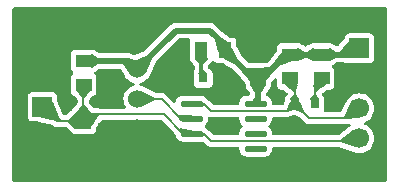
<source format=gtl>
G04 Layer: TopLayer*
G04 EasyEDA Pro v2.1.63.af010a1c.225d47, 2024-08-20 21:27:34*
G04 Gerber Generator version 0.3*
G04 Scale: 100 percent, Rotated: No, Reflected: No*
G04 Dimensions in millimeters*
G04 Leading zeros omitted, absolute positions, 3 integers and 5 decimals*
%TF.GenerationSoftware,KiCad,Pcbnew,8.0.4*%
%TF.CreationDate,2024-08-27T14:50:54+08:00*%
%TF.ProjectId,Raindrop_humidity_sensing_board,5261696e-6472-46f7-905f-68756d696469,rev?*%
%TF.SameCoordinates,Original*%
%TF.FileFunction,Copper,L1,Top*%
%TF.FilePolarity,Positive*%
%FSLAX46Y46*%
G04 Gerber Fmt 4.6, Leading zero omitted, Abs format (unit mm)*
G04 Created by KiCad (PCBNEW 8.0.4) date 2024-08-27 14:50:54*
%MOMM*%
%LPD*%
G01*
G04 APERTURE LIST*
%TA.AperFunction,SMDPad,CuDef*%
%ADD10O,1.950000X0.568500*%
%TD*%
%TA.AperFunction,SMDPad,CuDef*%
%ADD11R,1.132500X1.377000*%
%TD*%
%TA.AperFunction,SMDPad,CuDef*%
%ADD12R,1.377000X1.132500*%
%TD*%
%TA.AperFunction,ComponentPad*%
%ADD13C,1.524000*%
%TD*%
%TA.AperFunction,SMDPad,CuDef*%
%ADD14R,0.800000X0.800000*%
%TD*%
%TA.AperFunction,ComponentPad*%
%ADD15R,1.700000X1.700000*%
%TD*%
%TA.AperFunction,ComponentPad*%
%ADD16C,1.700000*%
%TD*%
%TA.AperFunction,SMDPad,CuDef*%
%ADD17R,1.350000X1.410000*%
%TD*%
%TA.AperFunction,ViaPad*%
%ADD18C,0.450000*%
%TD*%
%TA.AperFunction,Conductor*%
%ADD19C,0.180000*%
%TD*%
%TA.AperFunction,Conductor*%
%ADD20C,0.500000*%
%TD*%
%TA.AperFunction,Conductor*%
%ADD21C,0.300000*%
%TD*%
G04 APERTURE END LIST*
D10*
%TO.P,U1,1,OUTA*%
%TO.N,/LM393_OUTA*%
X98535000Y-67845000D03*
%TO.P,U1,2,INAN*%
%TO.N,/LM393_INAN*%
X98535000Y-69115000D03*
%TO.P,U1,3,INAP*%
%TO.N,/LM393_INAP*%
X98535000Y-70385000D03*
%TO.P,U1,4,GND*%
%TO.N,GND*%
X98535000Y-71655000D03*
%TO.P,U1,5,INBP*%
%TO.N,unconnected-(U1-INBP-Pad5)*%
X103945000Y-71655000D03*
%TO.P,U1,6,INBN*%
%TO.N,unconnected-(U1-INBN-Pad6)*%
X103945000Y-70385000D03*
%TO.P,U1,7,OUTB*%
%TO.N,unconnected-(U1-OUTB-Pad7)*%
X103945000Y-69115000D03*
%TO.P,U1,8,VCC*%
%TO.N,VCC*%
X103945000Y-67845000D03*
%TD*%
D11*
%TO.P,R5,2,2*%
%TO.N,VCC*%
X101340000Y-63338750D03*
%TO.P,R5,1,1*%
%TO.N,/LED2_K*%
X99340000Y-63338750D03*
%TD*%
D12*
%TO.P,R4,1,1*%
%TO.N,/LED3_K*%
X109515500Y-65690000D03*
%TO.P,R4,2,2*%
%TO.N,VCC*%
X109515500Y-63690000D03*
%TD*%
%TO.P,R3,1,1*%
%TO.N,/LM393_OUTA*%
X106831000Y-65690000D03*
%TO.P,R3,2,2*%
%TO.N,VCC*%
X106831000Y-63690000D03*
%TD*%
D13*
%TO.P,R2,1,1*%
%TO.N,GND*%
X93908332Y-69940000D03*
%TO.P,R2,2,2*%
%TO.N,/LM393_INAN*%
X93908332Y-67440000D03*
%TO.P,R2,3,3*%
%TO.N,VCC*%
X93908332Y-64940000D03*
%TD*%
D12*
%TO.P,R1,2,2*%
%TO.N,VCC*%
X89374916Y-64230000D03*
%TO.P,R1,1,1*%
%TO.N,/LM393_INAP*%
X89374916Y-66230000D03*
%TD*%
D14*
%TO.P,LED2,1,A*%
%TO.N,/LED2_K*%
X99489000Y-65710000D03*
%TO.P,LED2,2,K*%
%TO.N,GND*%
X101191000Y-65710000D03*
%TD*%
%TO.P,LED1,1,A*%
%TO.N,/LED3_K*%
X108951000Y-67860000D03*
%TO.P,LED1,2,K*%
%TO.N,/LM393_OUTA*%
X107249000Y-67860000D03*
%TD*%
D15*
%TO.P,H2,1,1*%
%TO.N,VCC*%
X112730000Y-63150000D03*
D16*
%TO.P,H2,2,2*%
%TO.N,GND*%
X112730000Y-65690000D03*
%TO.P,H2,3,3*%
%TO.N,/LM393_OUTA*%
X112730000Y-68230000D03*
%TO.P,H2,4,4*%
%TO.N,/LM393_INAP*%
X112730000Y-70770000D03*
%TD*%
D15*
%TO.P,H1,1,1*%
%TO.N,/LM393_INAP*%
X85890000Y-68100000D03*
D16*
%TO.P,H1,2,2*%
%TO.N,GND*%
X85890000Y-70640000D03*
%TD*%
D17*
%TO.P,C2,1,1*%
%TO.N,GND*%
X104160000Y-63557750D03*
%TO.P,C2,2,2*%
%TO.N,VCC*%
X104160000Y-65557750D03*
%TD*%
%TO.P,C1,2,2*%
%TO.N,/LM393_INAP*%
X89361416Y-69337250D03*
%TO.P,C1,1,1*%
%TO.N,GND*%
X89361416Y-71337250D03*
%TD*%
D18*
%TO.N,GND*%
X93910000Y-71680000D03*
X87970000Y-68180000D03*
X92530000Y-66210000D03*
X97800000Y-63030000D03*
X95530000Y-66030000D03*
X111050000Y-70010000D03*
X111070000Y-72180000D03*
X111070000Y-67100000D03*
X111070000Y-62020000D03*
X108530000Y-72180000D03*
X108530000Y-62020000D03*
X105990000Y-72180000D03*
X105990000Y-69640000D03*
X105990000Y-67100000D03*
X105990000Y-62020000D03*
X103450000Y-62020000D03*
X100910000Y-72180000D03*
X100910000Y-69640000D03*
X100910000Y-67100000D03*
X93290000Y-62020000D03*
X90750000Y-69640000D03*
X90750000Y-67100000D03*
X90750000Y-62020000D03*
X88210000Y-62020000D03*
X85670000Y-72180000D03*
X85670000Y-64560000D03*
X85670000Y-62020000D03*
%TD*%
D19*
%TO.N,/LED3_K*%
X108951000Y-67860000D02*
X108951000Y-66254500D01*
X108951000Y-66254500D02*
X109515500Y-65690000D01*
%TO.N,/LM393_INAP*%
X98535000Y-70385000D02*
X99545000Y-70385000D01*
X112490000Y-71010000D02*
X100170000Y-71010000D01*
X99545000Y-70385000D02*
X100170000Y-71010000D01*
X112730000Y-70770000D02*
X112490000Y-71010000D01*
%TO.N,/LM393_OUTA*%
X107240000Y-66099000D02*
X107240000Y-67851000D01*
X107240000Y-67851000D02*
X107249000Y-67860000D01*
X106831000Y-65690000D02*
X107240000Y-66099000D01*
X98540000Y-67840000D02*
X98535000Y-67845000D01*
X99560000Y-67840000D02*
X98540000Y-67840000D01*
X100190000Y-68470000D02*
X99560000Y-67840000D01*
X106639000Y-68470000D02*
X100190000Y-68470000D01*
X107249000Y-67860000D02*
X106639000Y-68470000D01*
X108469000Y-69080000D02*
X107249000Y-67860000D01*
X111880000Y-69080000D02*
X108469000Y-69080000D01*
X112730000Y-68230000D02*
X111880000Y-69080000D01*
D20*
%TO.N,VCC*%
X104160000Y-67630000D02*
X103945000Y-67845000D01*
X104160000Y-65557750D02*
X104160000Y-67630000D01*
D21*
%TO.N,/LED2_K*%
X99340000Y-65561000D02*
X99489000Y-65710000D01*
X99340000Y-63338750D02*
X99340000Y-65561000D01*
%TO.N,/LM393_INAN*%
X98535000Y-69115000D02*
X97645000Y-69115000D01*
D19*
X97645000Y-69115000D02*
X95970000Y-67440000D01*
X95970000Y-67440000D02*
X93908332Y-67440000D01*
%TO.N,/LM393_INAP*%
X89948666Y-68750000D02*
X96193500Y-68750000D01*
D21*
X97828500Y-70385000D02*
X98535000Y-70385000D01*
D19*
X89361416Y-69337250D02*
X89948666Y-68750000D01*
X96193500Y-68750000D02*
X97828500Y-70385000D01*
D21*
X89361416Y-66243500D02*
X89374916Y-66230000D01*
D19*
X89361416Y-69337250D02*
X89361416Y-66243500D01*
X87127250Y-69337250D02*
X85890000Y-68100000D01*
X89361416Y-69337250D02*
X87127250Y-69337250D01*
D20*
%TO.N,VCC*%
X97178332Y-61670000D02*
X93908332Y-64940000D01*
X100110000Y-61670000D02*
X97178332Y-61670000D01*
X101340000Y-62900000D02*
X100110000Y-61670000D01*
X101340000Y-63338750D02*
X101340000Y-62900000D01*
X93198332Y-64230000D02*
X93908332Y-64940000D01*
X89374916Y-64230000D02*
X93198332Y-64230000D01*
X103559000Y-65557750D02*
X101340000Y-63338750D01*
X104160000Y-65557750D02*
X103559000Y-65557750D01*
X106550000Y-63690000D02*
X106831000Y-63690000D01*
X104160000Y-65557750D02*
X104682250Y-65557750D01*
X104682250Y-65557750D02*
X106550000Y-63690000D01*
X112190000Y-63690000D02*
X112730000Y-63150000D01*
X109515500Y-63690000D02*
X112190000Y-63690000D01*
X106831000Y-63690000D02*
X109515500Y-63690000D01*
%TO.N,GND*%
X95623332Y-71655000D02*
X98535000Y-71655000D01*
X93908332Y-69940000D02*
X95623332Y-71655000D01*
X92511082Y-71337250D02*
X93908332Y-69940000D01*
X89361416Y-71337250D02*
X92511082Y-71337250D01*
X86587250Y-71337250D02*
X85890000Y-70640000D01*
X89361416Y-71337250D02*
X86587250Y-71337250D01*
%TD*%
%TA.AperFunction,Conductor*%
%TO.N,GND*%
G36*
X100066583Y-68944734D02*
G01*
X100125424Y-68960500D01*
X100125425Y-68960500D01*
X100254576Y-68960500D01*
X102445500Y-68960500D01*
X102512539Y-68980185D01*
X102558294Y-69032989D01*
X102569500Y-69084500D01*
X102569500Y-69182442D01*
X102569500Y-69182444D01*
X102569499Y-69182444D01*
X102595813Y-69314728D01*
X102595816Y-69314738D01*
X102647430Y-69439347D01*
X102722371Y-69551505D01*
X102817743Y-69646877D01*
X102817751Y-69646883D01*
X102817777Y-69646901D01*
X102817787Y-69646913D01*
X102822455Y-69650744D01*
X102821728Y-69651629D01*
X102862580Y-69700515D01*
X102871285Y-69769840D01*
X102841127Y-69832866D01*
X102822354Y-69849132D01*
X102822455Y-69849256D01*
X102817862Y-69853024D01*
X102817777Y-69853099D01*
X102817751Y-69853116D01*
X102817743Y-69853122D01*
X102722371Y-69948494D01*
X102647430Y-70060652D01*
X102595816Y-70185261D01*
X102595813Y-70185271D01*
X102569500Y-70317555D01*
X102569500Y-70395500D01*
X102549815Y-70462539D01*
X102497011Y-70508294D01*
X102445500Y-70519500D01*
X100424534Y-70519500D01*
X100357495Y-70499815D01*
X100336853Y-70483181D01*
X100052044Y-70198372D01*
X100046887Y-70192892D01*
X100028880Y-70172554D01*
X100028873Y-70172548D01*
X100018448Y-70163962D01*
X100009599Y-70155927D01*
X99846176Y-69992504D01*
X99846174Y-69992502D01*
X99754926Y-69939819D01*
X99729250Y-69920117D01*
X99662253Y-69853120D01*
X99662229Y-69853104D01*
X99662219Y-69853092D01*
X99657545Y-69849256D01*
X99658272Y-69848369D01*
X99617424Y-69799496D01*
X99608713Y-69730171D01*
X99638864Y-69667142D01*
X99657645Y-69650867D01*
X99657545Y-69650744D01*
X99662135Y-69646976D01*
X99662227Y-69646897D01*
X99662253Y-69646880D01*
X99757630Y-69551503D01*
X99832567Y-69439351D01*
X99853996Y-69387618D01*
X99869371Y-69350499D01*
X99884185Y-69314734D01*
X99908680Y-69191593D01*
X99910500Y-69182444D01*
X99910500Y-69064511D01*
X99930185Y-68997472D01*
X99982989Y-68951717D01*
X100052147Y-68941773D01*
X100066583Y-68944734D01*
G37*
%TD.AperFunction*%
%TA.AperFunction,Conductor*%
G36*
X107249019Y-68776400D02*
G01*
X107626534Y-68943051D01*
X107664137Y-68968808D01*
X108072161Y-69376832D01*
X108072171Y-69376843D01*
X108076502Y-69381174D01*
X108167826Y-69472498D01*
X108279674Y-69537074D01*
X108404424Y-69570500D01*
X108404425Y-69570500D01*
X108533576Y-69570500D01*
X111379947Y-69570500D01*
X111391140Y-69571006D01*
X111392840Y-69571160D01*
X111421575Y-69573765D01*
X111464403Y-69570905D01*
X111466357Y-69570775D01*
X111474617Y-69570500D01*
X111869604Y-69570500D01*
X111936643Y-69590185D01*
X111982398Y-69642989D01*
X111992342Y-69712147D01*
X111963317Y-69775703D01*
X111940728Y-69796075D01*
X111923123Y-69808401D01*
X111923119Y-69808405D01*
X111897951Y-69833572D01*
X111882357Y-69846783D01*
X111426382Y-70172554D01*
X111020496Y-70462539D01*
X110973108Y-70496395D01*
X110907117Y-70519350D01*
X110901024Y-70519500D01*
X105444500Y-70519500D01*
X105377461Y-70499815D01*
X105331706Y-70447011D01*
X105320500Y-70395500D01*
X105320500Y-70317555D01*
X105294186Y-70185271D01*
X105294185Y-70185270D01*
X105294185Y-70185266D01*
X105288917Y-70172548D01*
X105242569Y-70060652D01*
X105167628Y-69948494D01*
X105072258Y-69853124D01*
X105072254Y-69853121D01*
X105072253Y-69853120D01*
X105072229Y-69853104D01*
X105072219Y-69853092D01*
X105067545Y-69849256D01*
X105068272Y-69848369D01*
X105027424Y-69799496D01*
X105018713Y-69730171D01*
X105048864Y-69667142D01*
X105067645Y-69650867D01*
X105067545Y-69650744D01*
X105072135Y-69646976D01*
X105072227Y-69646897D01*
X105072253Y-69646880D01*
X105167630Y-69551503D01*
X105242567Y-69439351D01*
X105263996Y-69387618D01*
X105279371Y-69350499D01*
X105294185Y-69314734D01*
X105318680Y-69191593D01*
X105320500Y-69182444D01*
X105320500Y-69084500D01*
X105340185Y-69017461D01*
X105392989Y-68971706D01*
X105444500Y-68960500D01*
X106703574Y-68960500D01*
X106703576Y-68960500D01*
X106828326Y-68927074D01*
X106940174Y-68862498D01*
X106941341Y-68861330D01*
X106943281Y-68860113D01*
X106946625Y-68857548D01*
X106946867Y-68857864D01*
X106988253Y-68831903D01*
X107158176Y-68772738D01*
X107227960Y-68769283D01*
X107249019Y-68776400D01*
G37*
%TD.AperFunction*%
%TA.AperFunction,Conductor*%
G36*
X92464480Y-64900185D02*
G01*
X92499412Y-64933945D01*
X92876952Y-65479593D01*
X92885981Y-65494876D01*
X92915716Y-65554593D01*
X92915721Y-65554601D01*
X93045556Y-65726528D01*
X93045556Y-65726529D01*
X93081765Y-65759539D01*
X93086473Y-65764063D01*
X93092045Y-65769707D01*
X93099233Y-65776990D01*
X93099235Y-65776991D01*
X93099236Y-65776992D01*
X93105097Y-65781649D01*
X93104887Y-65781912D01*
X93113032Y-65788041D01*
X93204767Y-65871668D01*
X93204769Y-65871670D01*
X93387937Y-65985083D01*
X93387943Y-65985086D01*
X93430501Y-66001573D01*
X93588836Y-66062912D01*
X93616652Y-66068111D01*
X93678932Y-66099779D01*
X93714205Y-66160092D01*
X93711271Y-66229900D01*
X93671062Y-66287040D01*
X93616653Y-66311888D01*
X93588836Y-66317088D01*
X93588833Y-66317088D01*
X93588833Y-66317089D01*
X93387943Y-66394913D01*
X93387937Y-66394916D01*
X93204769Y-66508329D01*
X93204767Y-66508331D01*
X93045555Y-66653471D01*
X92915718Y-66825402D01*
X92819692Y-67018249D01*
X92819688Y-67018259D01*
X92782343Y-67149517D01*
X92761135Y-67224058D01*
X92760730Y-67225480D01*
X92740852Y-67440000D01*
X92760730Y-67654519D01*
X92760730Y-67654521D01*
X92760731Y-67654524D01*
X92786175Y-67743952D01*
X92819688Y-67861740D01*
X92819692Y-67861750D01*
X92915720Y-68054600D01*
X92920383Y-68060775D01*
X92945074Y-68126137D01*
X92930508Y-68194471D01*
X92881310Y-68244083D01*
X92821428Y-68259500D01*
X90754677Y-68259500D01*
X90730266Y-68257073D01*
X90716864Y-68254382D01*
X90716863Y-68254381D01*
X90716854Y-68254380D01*
X90716846Y-68254379D01*
X90716841Y-68254379D01*
X90281637Y-68236487D01*
X90215463Y-68214066D01*
X90193025Y-68193803D01*
X89882210Y-67835169D01*
X89853180Y-67771616D01*
X89851916Y-67753958D01*
X89851916Y-67563522D01*
X89871601Y-67496483D01*
X89881571Y-67483054D01*
X90100907Y-67225931D01*
X90159390Y-67187704D01*
X90175845Y-67183934D01*
X90188720Y-67181896D01*
X90301758Y-67124300D01*
X90391466Y-67034592D01*
X90449062Y-66921554D01*
X90449062Y-66921552D01*
X90449063Y-66921551D01*
X90463915Y-66827774D01*
X90463916Y-66827769D01*
X90463915Y-65632232D01*
X90449062Y-65538446D01*
X90391466Y-65425408D01*
X90391462Y-65425404D01*
X90391461Y-65425402D01*
X90301763Y-65335704D01*
X90301759Y-65335701D01*
X90301758Y-65335700D01*
X90301756Y-65335699D01*
X90296730Y-65332048D01*
X90254061Y-65276720D01*
X90248077Y-65207107D01*
X90280679Y-65145310D01*
X90309142Y-65123467D01*
X90715996Y-64896239D01*
X90776459Y-64880500D01*
X92397441Y-64880500D01*
X92464480Y-64900185D01*
G37*
%TD.AperFunction*%
%TA.AperFunction,Conductor*%
G36*
X98356964Y-62340185D02*
G01*
X98402719Y-62392989D01*
X98412663Y-62462147D01*
X98400410Y-62500795D01*
X98388102Y-62524948D01*
X98373250Y-62618725D01*
X98373250Y-63982569D01*
X98372921Y-63991597D01*
X98372576Y-63996320D01*
X98372813Y-63999135D01*
X98373250Y-64009531D01*
X98373250Y-64058768D01*
X98382361Y-64116297D01*
X98382884Y-64120611D01*
X98383889Y-64126726D01*
X98384464Y-64129576D01*
X98388102Y-64152549D01*
X98388102Y-64152550D01*
X98388103Y-64152553D01*
X98388104Y-64152554D01*
X98445700Y-64265592D01*
X98445702Y-64265594D01*
X98450907Y-64272758D01*
X98451207Y-64273108D01*
X98452413Y-64274749D01*
X98452414Y-64274750D01*
X98765410Y-64700537D01*
X98789256Y-64766209D01*
X98789500Y-64773979D01*
X98789500Y-64824381D01*
X98785727Y-64854738D01*
X98697463Y-65204295D01*
X98697457Y-65204324D01*
X98688250Y-65253307D01*
X98688247Y-65253332D01*
X98687891Y-65256178D01*
X98685977Y-65337740D01*
X98686820Y-65345693D01*
X98686478Y-65345729D01*
X98688500Y-65362898D01*
X98688500Y-66141517D01*
X98692095Y-66164214D01*
X98703354Y-66235304D01*
X98760950Y-66348342D01*
X98760952Y-66348344D01*
X98760954Y-66348347D01*
X98850652Y-66438045D01*
X98850654Y-66438046D01*
X98850658Y-66438050D01*
X98961637Y-66494597D01*
X98963698Y-66495647D01*
X99057475Y-66510499D01*
X99057481Y-66510500D01*
X99920518Y-66510499D01*
X100014304Y-66495646D01*
X100127342Y-66438050D01*
X100217050Y-66348342D01*
X100274646Y-66235304D01*
X100274646Y-66235302D01*
X100274647Y-66235301D01*
X100289499Y-66141524D01*
X100289500Y-66141519D01*
X100289499Y-65278482D01*
X100274646Y-65184696D01*
X100217050Y-65071658D01*
X100217046Y-65071654D01*
X100217045Y-65071652D01*
X100127343Y-64981950D01*
X100061526Y-64948414D01*
X100022321Y-64917022D01*
X99942680Y-64820857D01*
X99915080Y-64756669D01*
X99926564Y-64687750D01*
X99938271Y-64668321D01*
X100227585Y-64274750D01*
X100227587Y-64274745D01*
X100228786Y-64273115D01*
X100229092Y-64272759D01*
X100239686Y-64258180D01*
X100295018Y-64215517D01*
X100364631Y-64209541D01*
X100426425Y-64242150D01*
X100440319Y-64258186D01*
X100445701Y-64265594D01*
X100535402Y-64355295D01*
X100535404Y-64355296D01*
X100535408Y-64355300D01*
X100638025Y-64407586D01*
X100648448Y-64412897D01*
X100735866Y-64426741D01*
X100741536Y-64427640D01*
X100742225Y-64427749D01*
X100742231Y-64427750D01*
X101091834Y-64427749D01*
X101147665Y-64441029D01*
X101500963Y-64619181D01*
X101885660Y-64813167D01*
X101917509Y-64836205D01*
X102504357Y-65423053D01*
X102520682Y-65444225D01*
X102520903Y-65444073D01*
X102523679Y-65448073D01*
X102718166Y-65685980D01*
X103050868Y-66092960D01*
X103056503Y-66099852D01*
X103083693Y-66164214D01*
X103084500Y-66178333D01*
X103084500Y-66294268D01*
X103087112Y-66310757D01*
X103088629Y-66328642D01*
X103088644Y-66329922D01*
X103088645Y-66329933D01*
X103090150Y-66338744D01*
X103095040Y-66361862D01*
X103096195Y-66368112D01*
X103098324Y-66381554D01*
X103099354Y-66388052D01*
X103099354Y-66388054D01*
X103129951Y-66448105D01*
X103133440Y-66455554D01*
X103146709Y-66486518D01*
X103146713Y-66486526D01*
X103146714Y-66486528D01*
X103255789Y-66659765D01*
X103451236Y-66970181D01*
X103470298Y-67037401D01*
X103449992Y-67104254D01*
X103396766Y-67149517D01*
X103346303Y-67160250D01*
X103186806Y-67160250D01*
X103054521Y-67186563D01*
X103054511Y-67186566D01*
X102929902Y-67238180D01*
X102817744Y-67313121D01*
X102722371Y-67408494D01*
X102647430Y-67520652D01*
X102595816Y-67645261D01*
X102595813Y-67645271D01*
X102569500Y-67777555D01*
X102569500Y-67855500D01*
X102549815Y-67922539D01*
X102497011Y-67968294D01*
X102445500Y-67979500D01*
X100444533Y-67979500D01*
X100377494Y-67959815D01*
X100356852Y-67943181D01*
X100033567Y-67619895D01*
X100030549Y-67616770D01*
X100030449Y-67616663D01*
X100024701Y-67610497D01*
X100024694Y-67610491D01*
X100021114Y-67607209D01*
X100021240Y-67607071D01*
X100016911Y-67603239D01*
X99861176Y-67447504D01*
X99861174Y-67447502D01*
X99749326Y-67382926D01*
X99749323Y-67382924D01*
X99742639Y-67380156D01*
X99702407Y-67353274D01*
X99662256Y-67313122D01*
X99662255Y-67313121D01*
X99550097Y-67238180D01*
X99425488Y-67186566D01*
X99425478Y-67186563D01*
X99293194Y-67160250D01*
X99293192Y-67160250D01*
X97776808Y-67160250D01*
X97776806Y-67160250D01*
X97644521Y-67186563D01*
X97644511Y-67186566D01*
X97519902Y-67238180D01*
X97407744Y-67313121D01*
X97312371Y-67408494D01*
X97237430Y-67520652D01*
X97185816Y-67645261D01*
X97185814Y-67645268D01*
X97178499Y-67682042D01*
X97146113Y-67743952D01*
X97085396Y-67778525D01*
X97015627Y-67774784D01*
X96969201Y-67745529D01*
X96271176Y-67047504D01*
X96271174Y-67047502D01*
X96209089Y-67011657D01*
X96159327Y-66982926D01*
X96084788Y-66962954D01*
X96034576Y-66949500D01*
X96034575Y-66949500D01*
X95566966Y-66949500D01*
X95511670Y-66936488D01*
X94450660Y-66407878D01*
X94440682Y-66402319D01*
X94428726Y-66394917D01*
X94428722Y-66394914D01*
X94415720Y-66389877D01*
X94405228Y-66385243D01*
X94391979Y-66378642D01*
X94379616Y-66372741D01*
X94379423Y-66372653D01*
X94378869Y-66372400D01*
X94378863Y-66372397D01*
X94378855Y-66372394D01*
X94336204Y-66355759D01*
X94334630Y-66355508D01*
X94309397Y-66348687D01*
X94227833Y-66317089D01*
X94227828Y-66317088D01*
X94200009Y-66311887D01*
X94137731Y-66280221D01*
X94102458Y-66219909D01*
X94105392Y-66150101D01*
X94145600Y-66092960D01*
X94200009Y-66068112D01*
X94227828Y-66062912D01*
X94428723Y-65985085D01*
X94611896Y-65871669D01*
X94747193Y-65748328D01*
X94771108Y-65726528D01*
X94775927Y-65720147D01*
X94900944Y-65554599D01*
X94970045Y-65415820D01*
X94977979Y-65402151D01*
X94985206Y-65391348D01*
X95497401Y-64281683D01*
X95522300Y-64245976D01*
X97411459Y-62356819D01*
X97472782Y-62323334D01*
X97499140Y-62320500D01*
X98289925Y-62320500D01*
X98356964Y-62340185D01*
G37*
%TD.AperFunction*%
%TA.AperFunction,Conductor*%
G36*
X105706653Y-65720147D02*
G01*
X105739453Y-65781839D01*
X105742000Y-65806845D01*
X105742000Y-66287767D01*
X105750074Y-66338744D01*
X105756854Y-66381554D01*
X105814450Y-66494592D01*
X105814452Y-66494594D01*
X105814454Y-66494597D01*
X105904152Y-66584295D01*
X105904154Y-66584296D01*
X105904158Y-66584300D01*
X106017194Y-66641895D01*
X106017198Y-66641897D01*
X106110975Y-66656749D01*
X106110981Y-66656750D01*
X106243357Y-66656749D01*
X106310397Y-66676433D01*
X106320253Y-66683471D01*
X106604988Y-66908558D01*
X106645371Y-66965573D01*
X106648519Y-67035372D01*
X106627170Y-67080391D01*
X106531088Y-67208074D01*
X106526319Y-67214466D01*
X106525410Y-67215517D01*
X106520950Y-67221655D01*
X106463354Y-67334695D01*
X106460158Y-67354874D01*
X106459573Y-67357652D01*
X106459680Y-67357672D01*
X106458291Y-67365311D01*
X106457643Y-67370743D01*
X106448500Y-67428479D01*
X106448500Y-67484825D01*
X106448290Y-67490092D01*
X106448500Y-67495508D01*
X106448500Y-67552765D01*
X106437792Y-67603172D01*
X106414944Y-67654524D01*
X106322744Y-67861750D01*
X106303097Y-67905907D01*
X106257861Y-67959155D01*
X106191017Y-67979494D01*
X106189805Y-67979500D01*
X105444500Y-67979500D01*
X105377461Y-67959815D01*
X105331706Y-67907011D01*
X105320500Y-67855500D01*
X105320500Y-67777555D01*
X105294186Y-67645271D01*
X105294185Y-67645268D01*
X105294185Y-67645266D01*
X105278994Y-67608592D01*
X105242569Y-67520652D01*
X105167628Y-67408494D01*
X105072255Y-67313121D01*
X104960097Y-67238180D01*
X104889614Y-67208986D01*
X104835210Y-67165145D01*
X104813145Y-67098851D01*
X104830424Y-67031152D01*
X104832098Y-67028412D01*
X105173285Y-66486527D01*
X105195656Y-66437362D01*
X105198032Y-66432433D01*
X105220646Y-66388054D01*
X105222634Y-66375494D01*
X105223298Y-66371691D01*
X105223999Y-66368012D01*
X105224002Y-66368002D01*
X105224003Y-66367991D01*
X105224030Y-66367850D01*
X105224868Y-66361393D01*
X105225313Y-66358585D01*
X105235500Y-66294269D01*
X105235499Y-66260836D01*
X105236132Y-66248324D01*
X105236796Y-66241776D01*
X105236249Y-66232025D01*
X105236515Y-66232010D01*
X105235499Y-66222516D01*
X105235499Y-66144254D01*
X105255184Y-66077215D01*
X105261067Y-66068841D01*
X105519569Y-65731431D01*
X105575964Y-65690187D01*
X105645707Y-65685980D01*
X105706653Y-65720147D01*
G37*
%TD.AperFunction*%
%TA.AperFunction,Conductor*%
G36*
X115032539Y-59720185D02*
G01*
X115078294Y-59772989D01*
X115089500Y-59824500D01*
X115089500Y-74315500D01*
X115069815Y-74382539D01*
X115017011Y-74428294D01*
X114965500Y-74439500D01*
X83474500Y-74439500D01*
X83407461Y-74419815D01*
X83361706Y-74367011D01*
X83350500Y-74315500D01*
X83350500Y-67218475D01*
X84639500Y-67218475D01*
X84639500Y-68981517D01*
X84648268Y-69036877D01*
X84654354Y-69075304D01*
X84711950Y-69188342D01*
X84711952Y-69188344D01*
X84711954Y-69188347D01*
X84801652Y-69278045D01*
X84801654Y-69278046D01*
X84801658Y-69278050D01*
X84878302Y-69317102D01*
X84914698Y-69335647D01*
X85008475Y-69350499D01*
X85008481Y-69350500D01*
X85503097Y-69350499D01*
X85534235Y-69354472D01*
X85637164Y-69381174D01*
X86739198Y-69667067D01*
X86795740Y-69699412D01*
X86826076Y-69729748D01*
X86937924Y-69794324D01*
X87062674Y-69827750D01*
X87434734Y-69827750D01*
X87437733Y-69827786D01*
X87449720Y-69828076D01*
X87449721Y-69828075D01*
X87452101Y-69828133D01*
X87459354Y-69827750D01*
X87808127Y-69827750D01*
X87875166Y-69847435D01*
X87889335Y-69858043D01*
X88282022Y-70198372D01*
X88325428Y-70235990D01*
X88354701Y-70273399D01*
X88358365Y-70280590D01*
X88358370Y-70280597D01*
X88448068Y-70370295D01*
X88448070Y-70370296D01*
X88448074Y-70370300D01*
X88561110Y-70427895D01*
X88561114Y-70427897D01*
X88654891Y-70442749D01*
X88654897Y-70442750D01*
X90067934Y-70442749D01*
X90161720Y-70427896D01*
X90274758Y-70370300D01*
X90364466Y-70280592D01*
X90422062Y-70167554D01*
X90422062Y-70167552D01*
X90422063Y-70167551D01*
X90436915Y-70073774D01*
X90436916Y-70073769D01*
X90436915Y-69956881D01*
X90456599Y-69889842D01*
X90460205Y-69884539D01*
X90885860Y-69292143D01*
X90940964Y-69249187D01*
X90986560Y-69240500D01*
X95938966Y-69240500D01*
X96006005Y-69260185D01*
X96026647Y-69276819D01*
X97037093Y-70287265D01*
X97052266Y-70305686D01*
X97149119Y-70449517D01*
X97167882Y-70494585D01*
X97185813Y-70584728D01*
X97185815Y-70584736D01*
X97237430Y-70709347D01*
X97312371Y-70821505D01*
X97407744Y-70916878D01*
X97519902Y-70991819D01*
X97644511Y-71043433D01*
X97644516Y-71043435D01*
X97644520Y-71043435D01*
X97644521Y-71043436D01*
X97776805Y-71069750D01*
X97776808Y-71069750D01*
X99293188Y-71069750D01*
X99293192Y-71069750D01*
X99298590Y-71068675D01*
X99323263Y-71066293D01*
X99330244Y-71066320D01*
X99452322Y-71052306D01*
X99521168Y-71064216D01*
X99554144Y-71087816D01*
X99777501Y-71311173D01*
X99777502Y-71311174D01*
X99868826Y-71402498D01*
X99980674Y-71467074D01*
X100105424Y-71500500D01*
X100234575Y-71500500D01*
X102445500Y-71500500D01*
X102512539Y-71520185D01*
X102558294Y-71572989D01*
X102569500Y-71624500D01*
X102569500Y-71722442D01*
X102569500Y-71722444D01*
X102569499Y-71722444D01*
X102595813Y-71854728D01*
X102595816Y-71854738D01*
X102647430Y-71979347D01*
X102722371Y-72091505D01*
X102817744Y-72186878D01*
X102929902Y-72261819D01*
X103054511Y-72313433D01*
X103054516Y-72313435D01*
X103054520Y-72313435D01*
X103054521Y-72313436D01*
X103186805Y-72339750D01*
X103186808Y-72339750D01*
X104703194Y-72339750D01*
X104792191Y-72322046D01*
X104835484Y-72313435D01*
X104897792Y-72287626D01*
X104960097Y-72261819D01*
X104960098Y-72261818D01*
X104960101Y-72261817D01*
X105072253Y-72186880D01*
X105167630Y-72091503D01*
X105242567Y-71979351D01*
X105254902Y-71949573D01*
X105294183Y-71854738D01*
X105294185Y-71854734D01*
X105320500Y-71722442D01*
X105320500Y-71624500D01*
X105340185Y-71557461D01*
X105392989Y-71511706D01*
X105444500Y-71500500D01*
X110974858Y-71500500D01*
X111015101Y-71507212D01*
X111206810Y-71572989D01*
X112034866Y-71857102D01*
X112262745Y-71935289D01*
X112277877Y-71940088D01*
X112292797Y-71945904D01*
X112300665Y-71949573D01*
X112300666Y-71949573D01*
X112300670Y-71949575D01*
X112512023Y-72006207D01*
X112699787Y-72022633D01*
X112729998Y-72025277D01*
X112730000Y-72025277D01*
X112730002Y-72025277D01*
X112758254Y-72022805D01*
X112947977Y-72006207D01*
X113159330Y-71949575D01*
X113357639Y-71857102D01*
X113536877Y-71731598D01*
X113691598Y-71576877D01*
X113817102Y-71397639D01*
X113909575Y-71199330D01*
X113966207Y-70987977D01*
X113985277Y-70770000D01*
X113966207Y-70552023D01*
X113909575Y-70340670D01*
X113817102Y-70142362D01*
X113817100Y-70142359D01*
X113817099Y-70142357D01*
X113691599Y-69963124D01*
X113618317Y-69889842D01*
X113536877Y-69808402D01*
X113357639Y-69682898D01*
X113206414Y-69612381D01*
X113153977Y-69566210D01*
X113134825Y-69499016D01*
X113155041Y-69432135D01*
X113206414Y-69387618D01*
X113357639Y-69317102D01*
X113536877Y-69191598D01*
X113691598Y-69036877D01*
X113817102Y-68857639D01*
X113909575Y-68659330D01*
X113966207Y-68447977D01*
X113984418Y-68239815D01*
X113985277Y-68230002D01*
X113985277Y-68229997D01*
X113976190Y-68126137D01*
X113966207Y-68012023D01*
X113909575Y-67800670D01*
X113817102Y-67602362D01*
X113817100Y-67602359D01*
X113817099Y-67602357D01*
X113691599Y-67423124D01*
X113621749Y-67353274D01*
X113536877Y-67268402D01*
X113357639Y-67142898D01*
X113357640Y-67142898D01*
X113357638Y-67142897D01*
X113185692Y-67062718D01*
X113159330Y-67050425D01*
X113159326Y-67050424D01*
X113159322Y-67050422D01*
X112947977Y-66993793D01*
X112730002Y-66974723D01*
X112729998Y-66974723D01*
X112628018Y-66983645D01*
X112512023Y-66993793D01*
X112512020Y-66993793D01*
X112300677Y-67050422D01*
X112300668Y-67050426D01*
X112102361Y-67142898D01*
X112102357Y-67142900D01*
X111923121Y-67268402D01*
X111768402Y-67423121D01*
X111642898Y-67602360D01*
X111642894Y-67602367D01*
X111597854Y-67698954D01*
X111585286Y-67720123D01*
X111579764Y-67727613D01*
X111579760Y-67727620D01*
X111167651Y-68522570D01*
X111119321Y-68573027D01*
X111057565Y-68589500D01*
X109834952Y-68589500D01*
X109767913Y-68569815D01*
X109722158Y-68517011D01*
X109712214Y-68447853D01*
X109724468Y-68409204D01*
X109732262Y-68393908D01*
X109736646Y-68385304D01*
X109736646Y-68385302D01*
X109736647Y-68385301D01*
X109751499Y-68291524D01*
X109751500Y-68291519D01*
X109751499Y-67495175D01*
X109751639Y-67489275D01*
X109752090Y-67479785D01*
X109752092Y-67479778D01*
X109752091Y-67479770D01*
X109752126Y-67479037D01*
X109751499Y-67467588D01*
X109751499Y-67428482D01*
X109744284Y-67382926D01*
X109736646Y-67334696D01*
X109679050Y-67221658D01*
X109679045Y-67221653D01*
X109673676Y-67214261D01*
X109666527Y-67205477D01*
X109665208Y-67203468D01*
X109665205Y-67203462D01*
X109584967Y-67099930D01*
X109559460Y-67034884D01*
X109573169Y-66966372D01*
X109612785Y-66921753D01*
X109966973Y-66678530D01*
X110033379Y-66656807D01*
X110037167Y-66656749D01*
X110235517Y-66656749D01*
X110235518Y-66656749D01*
X110329304Y-66641896D01*
X110442342Y-66584300D01*
X110532050Y-66494592D01*
X110589646Y-66381554D01*
X110589646Y-66381552D01*
X110589647Y-66381551D01*
X110603470Y-66294271D01*
X110604500Y-66287769D01*
X110604499Y-65092232D01*
X110589646Y-64998446D01*
X110532050Y-64885408D01*
X110532046Y-64885404D01*
X110532045Y-64885402D01*
X110442347Y-64795704D01*
X110442343Y-64795701D01*
X110442342Y-64795700D01*
X110442340Y-64795699D01*
X110437314Y-64792048D01*
X110394645Y-64736720D01*
X110388661Y-64667107D01*
X110421263Y-64605310D01*
X110449726Y-64583467D01*
X110856580Y-64356239D01*
X110917043Y-64340500D01*
X110977593Y-64340500D01*
X111005568Y-64343696D01*
X111012323Y-64345261D01*
X111846122Y-64404118D01*
X111860271Y-64404868D01*
X111860288Y-64404868D01*
X111860296Y-64404869D01*
X111861113Y-64404898D01*
X111907078Y-64403921D01*
X111907124Y-64403910D01*
X111907649Y-64403847D01*
X111913664Y-64403073D01*
X111913672Y-64403136D01*
X111936010Y-64400499D01*
X113611517Y-64400499D01*
X113611518Y-64400499D01*
X113705304Y-64385646D01*
X113818342Y-64328050D01*
X113908050Y-64238342D01*
X113965646Y-64125304D01*
X113965646Y-64125302D01*
X113965647Y-64125301D01*
X113980499Y-64031524D01*
X113980500Y-64031519D01*
X113980499Y-62268482D01*
X113965646Y-62174696D01*
X113908050Y-62061658D01*
X113908046Y-62061654D01*
X113908045Y-62061652D01*
X113818347Y-61971954D01*
X113818344Y-61971952D01*
X113818342Y-61971950D01*
X113741517Y-61932805D01*
X113705301Y-61914352D01*
X113611524Y-61899500D01*
X111848482Y-61899500D01*
X111767519Y-61912323D01*
X111754696Y-61914354D01*
X111641658Y-61971950D01*
X111641657Y-61971951D01*
X111641652Y-61971954D01*
X111551954Y-62061652D01*
X111551951Y-62061657D01*
X111494352Y-62174698D01*
X111479500Y-62268475D01*
X111479500Y-62314437D01*
X111459815Y-62381476D01*
X111446194Y-62398998D01*
X111003806Y-62873471D01*
X111003805Y-62873472D01*
X110927537Y-62955269D01*
X110867422Y-62990878D01*
X110797598Y-62988333D01*
X110776381Y-62978967D01*
X110408690Y-62773612D01*
X110378950Y-62760814D01*
X110349978Y-62748346D01*
X110342721Y-62744940D01*
X110329304Y-62738104D01*
X110329303Y-62738103D01*
X110329300Y-62738102D01*
X110329301Y-62738102D01*
X110235522Y-62723249D01*
X110230669Y-62722868D01*
X110230694Y-62722543D01*
X110219501Y-62721638D01*
X110214267Y-62720785D01*
X110204947Y-62722077D01*
X110187933Y-62723250D01*
X108795469Y-62723250D01*
X108793152Y-62723433D01*
X108786625Y-62723558D01*
X108786629Y-62723663D01*
X108781768Y-62723847D01*
X108772905Y-62724885D01*
X108756648Y-62727440D01*
X108741391Y-62729838D01*
X108741389Y-62729838D01*
X108741386Y-62729839D01*
X108735494Y-62731369D01*
X108735444Y-62731179D01*
X108719947Y-62735212D01*
X108701697Y-62738103D01*
X108663699Y-62757464D01*
X108650197Y-62763360D01*
X108622313Y-62773611D01*
X108622309Y-62773613D01*
X108622304Y-62773615D01*
X108233712Y-62990643D01*
X108165584Y-63006146D01*
X108112786Y-62990643D01*
X107724190Y-62773612D01*
X107694450Y-62760814D01*
X107665478Y-62748346D01*
X107658221Y-62744940D01*
X107644804Y-62738104D01*
X107644803Y-62738103D01*
X107644800Y-62738102D01*
X107644801Y-62738102D01*
X107551022Y-62723249D01*
X107546169Y-62722868D01*
X107546194Y-62722543D01*
X107535001Y-62721638D01*
X107529767Y-62720785D01*
X107520447Y-62722077D01*
X107503433Y-62723250D01*
X106110982Y-62723250D01*
X106030019Y-62736073D01*
X106017196Y-62738104D01*
X105904158Y-62795700D01*
X105904157Y-62795701D01*
X105904152Y-62795704D01*
X105814454Y-62885402D01*
X105814451Y-62885407D01*
X105756852Y-62998448D01*
X105742000Y-63092225D01*
X105742000Y-63321715D01*
X105722315Y-63388754D01*
X105719624Y-63392768D01*
X105279532Y-64022210D01*
X105279531Y-64022211D01*
X105243213Y-64074154D01*
X105229271Y-64090781D01*
X104991664Y-64328388D01*
X104930341Y-64361873D01*
X104915489Y-64364172D01*
X104074502Y-64442543D01*
X104060311Y-64443049D01*
X103398620Y-64428718D01*
X103332023Y-64407586D01*
X103313624Y-64392428D01*
X102830575Y-63909379D01*
X102810223Y-63882565D01*
X102725710Y-63732564D01*
X102532003Y-63388754D01*
X102322716Y-63017292D01*
X102306749Y-62956425D01*
X102306749Y-62618732D01*
X102306748Y-62618725D01*
X102291896Y-62524946D01*
X102234300Y-62411908D01*
X102234296Y-62411904D01*
X102234295Y-62411902D01*
X102144597Y-62322204D01*
X102144594Y-62322202D01*
X102144592Y-62322200D01*
X102067767Y-62283055D01*
X102031551Y-62264602D01*
X101937774Y-62249750D01*
X101937769Y-62249750D01*
X101780494Y-62249750D01*
X101713455Y-62230065D01*
X101703065Y-62222604D01*
X101128034Y-61762900D01*
X101116508Y-61753903D01*
X101116607Y-61753775D01*
X101101256Y-61741310D01*
X100524674Y-61164727D01*
X100524673Y-61164726D01*
X100524669Y-61164723D01*
X100418127Y-61093535D01*
X100299744Y-61044499D01*
X100299738Y-61044497D01*
X100174071Y-61019500D01*
X100174069Y-61019500D01*
X97114263Y-61019500D01*
X97114261Y-61019500D01*
X96988593Y-61044497D01*
X96988587Y-61044499D01*
X96870202Y-61093535D01*
X96763663Y-61164722D01*
X96763656Y-61164728D01*
X94602359Y-63326025D01*
X94566645Y-63350929D01*
X93761987Y-63722341D01*
X93692869Y-63732564D01*
X93690309Y-63732179D01*
X93629858Y-63722446D01*
X93580680Y-63703126D01*
X93506460Y-63653535D01*
X93388076Y-63604499D01*
X93388070Y-63604497D01*
X93262403Y-63579500D01*
X93262401Y-63579500D01*
X92744453Y-63579500D01*
X92729636Y-63578612D01*
X92724364Y-63577977D01*
X92722882Y-63577858D01*
X92722513Y-63577829D01*
X92658300Y-63577784D01*
X92651013Y-63578644D01*
X92650904Y-63577723D01*
X92636475Y-63579500D01*
X90776460Y-63579500D01*
X90715997Y-63563760D01*
X90268106Y-63313612D01*
X90209400Y-63288349D01*
X90202137Y-63284940D01*
X90188720Y-63278104D01*
X90188719Y-63278103D01*
X90188716Y-63278102D01*
X90188717Y-63278102D01*
X90094938Y-63263249D01*
X90090085Y-63262868D01*
X90090110Y-63262543D01*
X90078917Y-63261638D01*
X90073683Y-63260785D01*
X90064363Y-63262077D01*
X90047349Y-63263250D01*
X88654898Y-63263250D01*
X88573935Y-63276073D01*
X88561112Y-63278104D01*
X88448074Y-63335700D01*
X88448073Y-63335701D01*
X88448068Y-63335704D01*
X88358370Y-63425402D01*
X88358367Y-63425407D01*
X88300768Y-63538448D01*
X88285916Y-63632225D01*
X88285916Y-64827767D01*
X88296708Y-64895907D01*
X88300770Y-64921554D01*
X88358366Y-65034592D01*
X88358368Y-65034594D01*
X88358370Y-65034597D01*
X88448071Y-65124298D01*
X88455480Y-65129681D01*
X88498147Y-65185010D01*
X88504127Y-65254624D01*
X88471521Y-65316419D01*
X88455480Y-65330319D01*
X88448071Y-65335701D01*
X88358370Y-65425402D01*
X88358367Y-65425407D01*
X88300768Y-65538448D01*
X88285916Y-65632225D01*
X88285916Y-66827767D01*
X88291711Y-66864354D01*
X88300770Y-66921554D01*
X88358366Y-67034592D01*
X88358368Y-67034594D01*
X88358370Y-67034597D01*
X88448068Y-67124295D01*
X88448071Y-67124297D01*
X88448074Y-67124300D01*
X88497565Y-67149517D01*
X88561107Y-67181894D01*
X88561109Y-67181894D01*
X88561112Y-67181896D01*
X88561114Y-67181896D01*
X88570390Y-67184910D01*
X88569348Y-67188115D01*
X88616909Y-67210653D01*
X88629841Y-67224057D01*
X88808905Y-67440000D01*
X88842368Y-67480354D01*
X88870008Y-67544524D01*
X88870916Y-67559505D01*
X88870916Y-67753957D01*
X88851231Y-67820996D01*
X88840622Y-67835168D01*
X88386944Y-68358644D01*
X88378665Y-68368509D01*
X88375582Y-68372905D01*
X88375158Y-68372607D01*
X88360175Y-68392097D01*
X88358370Y-68393901D01*
X88358360Y-68393915D01*
X88354699Y-68401101D01*
X88325430Y-68438505D01*
X88070643Y-68659322D01*
X87935551Y-68776403D01*
X87889337Y-68816455D01*
X87825784Y-68845486D01*
X87808125Y-68846750D01*
X87776139Y-68846750D01*
X87709100Y-68827065D01*
X87663345Y-68774261D01*
X87662797Y-68773046D01*
X87151157Y-67620074D01*
X87140499Y-67569778D01*
X87140499Y-67218482D01*
X87139863Y-67214466D01*
X87125646Y-67124696D01*
X87068050Y-67011658D01*
X87068046Y-67011654D01*
X87068045Y-67011652D01*
X86978347Y-66921954D01*
X86978344Y-66921952D01*
X86978342Y-66921950D01*
X86901517Y-66882805D01*
X86865301Y-66864352D01*
X86771524Y-66849500D01*
X85008482Y-66849500D01*
X84927519Y-66862323D01*
X84914696Y-66864354D01*
X84801658Y-66921950D01*
X84801657Y-66921951D01*
X84801652Y-66921954D01*
X84711954Y-67011652D01*
X84711951Y-67011657D01*
X84711950Y-67011658D01*
X84693685Y-67047504D01*
X84654352Y-67124698D01*
X84639500Y-67218475D01*
X83350500Y-67218475D01*
X83350500Y-59824500D01*
X83370185Y-59757461D01*
X83422989Y-59711706D01*
X83474500Y-59700500D01*
X114965500Y-59700500D01*
X115032539Y-59720185D01*
G37*
%TD.AperFunction*%
%TD*%
%TA.AperFunction,Conductor*%
%TO.N,/LED3_K*%
G36*
X109043538Y-67063427D02*
G01*
X109044513Y-67064533D01*
X109344692Y-67451860D01*
X109347051Y-67460498D01*
X109343727Y-67467290D01*
X108959283Y-67852696D01*
X108951015Y-67856133D01*
X108942737Y-67852716D01*
X108942717Y-67852696D01*
X108558272Y-67467290D01*
X108554855Y-67459012D01*
X108557305Y-67451863D01*
X108857487Y-67064533D01*
X108865264Y-67060093D01*
X108866735Y-67060000D01*
X109035265Y-67060000D01*
X109043538Y-67063427D01*
G37*
%TD.AperFunction*%
%TD*%
%TA.AperFunction,Conductor*%
%TO.N,/LED3_K*%
G36*
X109521618Y-65699118D02*
G01*
X109522544Y-65700413D01*
X109859733Y-66246767D01*
X109861162Y-66255607D01*
X109856400Y-66262557D01*
X109225834Y-66695572D01*
X109045991Y-66819073D01*
X109043993Y-66820445D01*
X109037370Y-66822500D01*
X108872019Y-66822500D01*
X108863746Y-66819073D01*
X108860340Y-66811501D01*
X108849769Y-66635459D01*
X108827356Y-66262191D01*
X108830281Y-66253731D01*
X108831586Y-66252471D01*
X109505149Y-65697527D01*
X109513712Y-65694912D01*
X109521618Y-65699118D01*
G37*
%TD.AperFunction*%
%TD*%
%TA.AperFunction,Conductor*%
%TO.N,/LM393_INAP*%
G36*
X99468088Y-70236029D02*
G01*
X99468686Y-70236490D01*
X99666882Y-70399733D01*
X99771076Y-70485551D01*
X99775284Y-70493456D01*
X99772669Y-70502020D01*
X99771911Y-70502855D01*
X99656629Y-70618137D01*
X99649690Y-70621488D01*
X99284000Y-70663466D01*
X99278566Y-70662800D01*
X98575556Y-70399733D01*
X98569008Y-70393624D01*
X98568698Y-70384675D01*
X98574807Y-70378127D01*
X98577773Y-70377227D01*
X99459372Y-70233973D01*
X99468088Y-70236029D01*
G37*
%TD.AperFunction*%
%TD*%
%TA.AperFunction,Conductor*%
%TO.N,/LM393_INAP*%
G36*
X112135968Y-70175956D02*
G01*
X112725455Y-70764464D01*
X112728889Y-70772734D01*
X112727994Y-70777233D01*
X112408932Y-71545155D01*
X112402593Y-71551480D01*
X112394330Y-71551733D01*
X111085642Y-71102711D01*
X111078929Y-71096784D01*
X111077739Y-71091644D01*
X111077739Y-70926020D01*
X111081166Y-70917747D01*
X111082632Y-70916504D01*
X112120901Y-70174715D01*
X112129624Y-70172695D01*
X112135968Y-70175956D01*
G37*
%TD.AperFunction*%
%TD*%
%TA.AperFunction,Conductor*%
%TO.N,/LM393_OUTA*%
G36*
X106840036Y-65696492D02*
G01*
X106840764Y-65697045D01*
X107513292Y-66251135D01*
X107517498Y-66259041D01*
X107516947Y-66263878D01*
X107332673Y-66814513D01*
X107326798Y-66821271D01*
X107321578Y-66822500D01*
X107154066Y-66822500D01*
X107146810Y-66819978D01*
X106442356Y-66263096D01*
X106437991Y-66255278D01*
X106440028Y-66247209D01*
X106823742Y-65699362D01*
X106831294Y-65694552D01*
X106840036Y-65696492D01*
G37*
%TD.AperFunction*%
%TD*%
%TA.AperFunction,Conductor*%
%TO.N,/LM393_OUTA*%
G36*
X107332589Y-67063427D02*
G01*
X107333513Y-67064468D01*
X107638145Y-67451893D01*
X107640565Y-67460515D01*
X107637278Y-67467341D01*
X107257283Y-67852602D01*
X107249034Y-67856086D01*
X107240737Y-67852716D01*
X107240670Y-67852649D01*
X106856169Y-67467187D01*
X106852752Y-67458909D01*
X106855102Y-67451890D01*
X107146490Y-67064665D01*
X107154203Y-67060115D01*
X107155839Y-67060000D01*
X107324316Y-67060000D01*
X107332589Y-67063427D01*
G37*
%TD.AperFunction*%
%TD*%
%TA.AperFunction,Conductor*%
%TO.N,/LM393_OUTA*%
G36*
X99458224Y-67682445D02*
G01*
X99458742Y-67682827D01*
X99587322Y-67783317D01*
X99774999Y-67929995D01*
X99779407Y-67937789D01*
X99777013Y-67946418D01*
X99776067Y-67947486D01*
X99660840Y-68062713D01*
X99654357Y-68066002D01*
X99284228Y-68123319D01*
X99278338Y-68122715D01*
X98574264Y-67859250D01*
X98567716Y-67853141D01*
X98567406Y-67844192D01*
X98573515Y-67837644D01*
X98576297Y-67836776D01*
X99449476Y-67680529D01*
X99458224Y-67682445D01*
G37*
%TD.AperFunction*%
%TD*%
%TA.AperFunction,Conductor*%
%TO.N,/LM393_OUTA*%
G36*
X106859639Y-67681354D02*
G01*
X107245576Y-67857975D01*
X107251673Y-67864534D01*
X107251684Y-67864564D01*
X107393473Y-68248819D01*
X107393122Y-68257767D01*
X107386546Y-68263846D01*
X107386343Y-68263918D01*
X106551531Y-68554586D01*
X106542591Y-68554070D01*
X106536635Y-68547384D01*
X106535984Y-68543537D01*
X106535984Y-68382485D01*
X106536994Y-68377729D01*
X106587633Y-68263918D01*
X106844193Y-67687287D01*
X106850687Y-67681122D01*
X106859639Y-67681354D01*
G37*
%TD.AperFunction*%
%TD*%
%TA.AperFunction,Conductor*%
%TO.N,/LM393_OUTA*%
G36*
X107647404Y-67698676D02*
G01*
X107653607Y-67704751D01*
X107992245Y-68471871D01*
X107992452Y-68480823D01*
X107989815Y-68484869D01*
X107873869Y-68600815D01*
X107865596Y-68604242D01*
X107860871Y-68603245D01*
X107093752Y-68264607D01*
X107087567Y-68258131D01*
X107087657Y-68249451D01*
X107246437Y-67863799D01*
X107252753Y-67857456D01*
X107638451Y-67698657D01*
X107647404Y-67698676D01*
G37*
%TD.AperFunction*%
%TD*%
%TA.AperFunction,Conductor*%
%TO.N,/LM393_OUTA*%
G36*
X111954620Y-67908821D02*
G01*
X112723763Y-68227006D01*
X112730097Y-68233335D01*
X112730990Y-68237831D01*
X112730012Y-69069068D01*
X112726575Y-69077337D01*
X112719091Y-69080728D01*
X111394560Y-69169166D01*
X111386077Y-69166298D01*
X111382107Y-69158271D01*
X111382081Y-69157492D01*
X111382081Y-68992852D01*
X111383394Y-68987467D01*
X111939762Y-67914246D01*
X111946611Y-67908481D01*
X111954620Y-67908821D01*
G37*
%TD.AperFunction*%
%TD*%
%TA.AperFunction,Conductor*%
%TO.N,VCC*%
G36*
X104168085Y-65565223D02*
G01*
X104168457Y-65565595D01*
X104828693Y-66256153D01*
X104831933Y-66264501D01*
X104830137Y-66270472D01*
X104413442Y-66932284D01*
X104406134Y-66937459D01*
X104403541Y-66937750D01*
X103916459Y-66937750D01*
X103908186Y-66934323D01*
X103906558Y-66932284D01*
X103489862Y-66270472D01*
X103488354Y-66261645D01*
X103491304Y-66256156D01*
X104151543Y-65565594D01*
X104159737Y-65561983D01*
X104168085Y-65565223D01*
G37*
%TD.AperFunction*%
%TD*%
%TA.AperFunction,Conductor*%
%TO.N,VCC*%
G36*
X104404167Y-67279927D02*
G01*
X104407594Y-67288200D01*
X104407392Y-67290363D01*
X104357407Y-67556031D01*
X104352574Y-67563484D01*
X103954651Y-67839309D01*
X103945900Y-67841205D01*
X103938370Y-67836358D01*
X103938345Y-67836322D01*
X103753004Y-67566781D01*
X103751140Y-67558022D01*
X103752467Y-67554382D01*
X103906638Y-67282430D01*
X103913699Y-67276923D01*
X103916816Y-67276500D01*
X104395894Y-67276500D01*
X104404167Y-67279927D01*
G37*
%TD.AperFunction*%
%TD*%
%TA.AperFunction,Conductor*%
%TO.N,/LED2_K*%
G36*
X99347425Y-63347143D02*
G01*
X99349042Y-63348760D01*
X99900478Y-64020222D01*
X99903080Y-64028790D01*
X99900863Y-64034577D01*
X99493506Y-64588730D01*
X99485845Y-64593366D01*
X99484079Y-64593500D01*
X99195921Y-64593500D01*
X99187648Y-64590073D01*
X99186494Y-64588730D01*
X98779136Y-64034577D01*
X98776997Y-64025881D01*
X98779520Y-64020223D01*
X99330958Y-63348759D01*
X99338857Y-63344541D01*
X99347425Y-63347143D01*
G37*
%TD.AperFunction*%
%TD*%
%TA.AperFunction,Conductor*%
%TO.N,/LED2_K*%
G36*
X99492771Y-64913427D02*
G01*
X99493509Y-64914237D01*
X99815086Y-65302535D01*
X99817724Y-65311093D01*
X99815084Y-65317463D01*
X99497207Y-65701094D01*
X99489290Y-65705278D01*
X99480733Y-65702638D01*
X99479915Y-65701892D01*
X99093684Y-65314696D01*
X99090267Y-65306418D01*
X99090622Y-65303575D01*
X99187769Y-64918836D01*
X99193117Y-64911653D01*
X99199113Y-64910000D01*
X99484498Y-64910000D01*
X99492771Y-64913427D01*
G37*
%TD.AperFunction*%
%TD*%
%TA.AperFunction,Conductor*%
%TO.N,/LM393_INAN*%
G36*
X97440304Y-68778122D02*
G01*
X98553337Y-68830170D01*
X98561440Y-68833979D01*
X98564476Y-68842404D01*
X98564425Y-68843083D01*
X98536738Y-69105914D01*
X98532463Y-69113782D01*
X98525881Y-69116362D01*
X97574961Y-69179807D01*
X97566478Y-69176939D01*
X97565705Y-69176197D01*
X97498848Y-69105914D01*
X97315745Y-68913427D01*
X97312527Y-68905073D01*
X97315949Y-68897093D01*
X97431506Y-68781536D01*
X97439778Y-68778110D01*
X97440304Y-68778122D01*
G37*
%TD.AperFunction*%
%TD*%
%TA.AperFunction,Conductor*%
%TO.N,/LM393_INAN*%
G36*
X94210422Y-66741258D02*
G01*
X94211149Y-66741590D01*
X95425849Y-67346770D01*
X95431726Y-67353526D01*
X95432332Y-67357242D01*
X95432332Y-67522757D01*
X95428905Y-67531030D01*
X95425849Y-67533229D01*
X94211149Y-68138409D01*
X94202216Y-68139031D01*
X94195460Y-68133154D01*
X94195133Y-68132439D01*
X93909197Y-67444489D01*
X93909187Y-67435536D01*
X93909198Y-67435510D01*
X93941729Y-67357242D01*
X94195129Y-66747570D01*
X94201468Y-66741247D01*
X94210422Y-66741258D01*
G37*
%TD.AperFunction*%
%TD*%
%TA.AperFunction,Conductor*%
%TO.N,/LM393_INAP*%
G36*
X90041664Y-68632465D02*
G01*
X90700198Y-68659538D01*
X90708322Y-68663302D01*
X90711416Y-68671228D01*
X90711416Y-68836232D01*
X90709218Y-68843059D01*
X90042950Y-69770324D01*
X90035339Y-69775043D01*
X90027043Y-69773288D01*
X89372211Y-69344965D01*
X89367164Y-69337569D01*
X89368825Y-69328769D01*
X89370171Y-69327076D01*
X90032765Y-68636056D01*
X90040962Y-68632459D01*
X90041664Y-68632465D01*
G37*
%TD.AperFunction*%
%TD*%
%TA.AperFunction,Conductor*%
%TO.N,/LM393_INAP*%
G36*
X97507758Y-69932029D02*
G01*
X98269481Y-70051572D01*
X98571187Y-70098921D01*
X98578829Y-70103590D01*
X98580932Y-70112294D01*
X98580916Y-70112389D01*
X98537402Y-70375458D01*
X98532671Y-70383061D01*
X98525330Y-70385237D01*
X97571347Y-70342081D01*
X97563237Y-70338284D01*
X97562171Y-70336928D01*
X97379989Y-70066379D01*
X97378212Y-70057604D01*
X97381420Y-70051574D01*
X97497679Y-69935315D01*
X97505951Y-69931889D01*
X97507758Y-69932029D01*
G37*
%TD.AperFunction*%
%TD*%
%TA.AperFunction,Conductor*%
%TO.N,/LM393_INAP*%
G36*
X89454346Y-67960677D02*
G01*
X89454911Y-67961282D01*
X90029440Y-68624201D01*
X90032268Y-68632697D01*
X90029055Y-68639948D01*
X89369873Y-69329404D01*
X89361679Y-69333016D01*
X89353331Y-69329776D01*
X89352959Y-69329404D01*
X88693776Y-68639948D01*
X88690536Y-68631600D01*
X88693389Y-68624203D01*
X89267917Y-67961286D01*
X89275925Y-67957280D01*
X89276759Y-67957250D01*
X89446073Y-67957250D01*
X89454346Y-67960677D01*
G37*
%TD.AperFunction*%
%TD*%
%TA.AperFunction,Conductor*%
%TO.N,/LM393_INAP*%
G36*
X89383132Y-66237329D02*
G01*
X89383147Y-66237344D01*
X89926912Y-66788608D01*
X89930282Y-66796904D01*
X89927483Y-66804417D01*
X89454919Y-67358393D01*
X89446943Y-67362463D01*
X89446018Y-67362500D01*
X89276913Y-67362500D01*
X89268640Y-67359073D01*
X89267907Y-67358268D01*
X88808708Y-66804496D01*
X88806065Y-66795940D01*
X88809482Y-66788714D01*
X89366587Y-66237244D01*
X89374876Y-66233860D01*
X89383132Y-66237329D01*
G37*
%TD.AperFunction*%
%TD*%
%TA.AperFunction,Conductor*%
%TO.N,/LM393_INAP*%
G36*
X86744743Y-67703958D02*
G01*
X86744878Y-67704250D01*
X87292778Y-68938934D01*
X87428590Y-69244982D01*
X87429596Y-69249728D01*
X87429596Y-69412127D01*
X87426169Y-69420400D01*
X87417896Y-69423827D01*
X87414958Y-69423452D01*
X85602260Y-68953197D01*
X85595112Y-68947803D01*
X85593873Y-68938934D01*
X85594154Y-68938009D01*
X85887389Y-68104577D01*
X85893365Y-68097913D01*
X86729143Y-67698446D01*
X86738084Y-67697971D01*
X86744743Y-67703958D01*
G37*
%TD.AperFunction*%
%TD*%
%TA.AperFunction,Conductor*%
%TO.N,/LM393_INAP*%
G36*
X88694119Y-68669942D02*
G01*
X89354124Y-69328971D01*
X89357557Y-69337241D01*
X89354136Y-69345517D01*
X89354124Y-69345529D01*
X88694119Y-70004557D01*
X88685843Y-70007978D01*
X88678189Y-70005120D01*
X88015453Y-69430748D01*
X88011446Y-69422740D01*
X88011416Y-69421906D01*
X88011416Y-69252593D01*
X88014843Y-69244320D01*
X88015453Y-69243751D01*
X88678190Y-68669378D01*
X88686686Y-68666551D01*
X88694119Y-68669942D01*
G37*
%TD.AperFunction*%
%TD*%
%TA.AperFunction,Conductor*%
%TO.N,VCC*%
G36*
X94814953Y-63691361D02*
G01*
X95156970Y-64033378D01*
X95160397Y-64041651D01*
X95159320Y-64046554D01*
X94617034Y-65221408D01*
X94610455Y-65227484D01*
X94601947Y-65227320D01*
X94390884Y-65140194D01*
X93912120Y-64942562D01*
X93905780Y-64936237D01*
X93905769Y-64936211D01*
X93621011Y-64246382D01*
X93621022Y-64237430D01*
X93626921Y-64231298D01*
X94801780Y-63689010D01*
X94810724Y-63688655D01*
X94814953Y-63691361D01*
G37*
%TD.AperFunction*%
%TD*%
%TA.AperFunction,Conductor*%
%TO.N,VCC*%
G36*
X100874804Y-62079611D02*
G01*
X101582066Y-62645025D01*
X101586388Y-62652868D01*
X101585770Y-62658123D01*
X101342765Y-63333734D01*
X101336741Y-63340359D01*
X101334843Y-63341060D01*
X100785350Y-63491344D01*
X100776465Y-63490221D01*
X100770977Y-63483145D01*
X100770915Y-63482906D01*
X100514635Y-62433020D01*
X100516002Y-62424172D01*
X100517724Y-62421978D01*
X100859226Y-62080476D01*
X100867498Y-62077050D01*
X100874804Y-62079611D01*
G37*
%TD.AperFunction*%
%TD*%
%TA.AperFunction,Conductor*%
%TO.N,VCC*%
G36*
X92691971Y-63982181D02*
G01*
X93898507Y-64176418D01*
X93906128Y-64181115D01*
X93908345Y-64187953D01*
X93909325Y-64935139D01*
X93905909Y-64943416D01*
X93905890Y-64943435D01*
X93379431Y-65468918D01*
X93371155Y-65472337D01*
X93362885Y-65468902D01*
X93361545Y-65467294D01*
X92680503Y-64483004D01*
X92678424Y-64476347D01*
X92678424Y-63993733D01*
X92681851Y-63985460D01*
X92690124Y-63982033D01*
X92691971Y-63982181D01*
G37*
%TD.AperFunction*%
%TD*%
%TA.AperFunction,Conductor*%
%TO.N,VCC*%
G36*
X90070377Y-63667637D02*
G01*
X90623672Y-63976652D01*
X90629223Y-63983677D01*
X90629666Y-63986866D01*
X90629666Y-64473133D01*
X90626239Y-64481406D01*
X90623671Y-64483348D01*
X90070381Y-64792360D01*
X90061487Y-64793402D01*
X90057251Y-64791187D01*
X89384926Y-64239042D01*
X89380707Y-64231143D01*
X89383309Y-64222575D01*
X89384926Y-64220958D01*
X90057252Y-63668811D01*
X90065819Y-63666210D01*
X90070377Y-63667637D01*
G37*
%TD.AperFunction*%
%TD*%
%TA.AperFunction,Conductor*%
%TO.N,VCC*%
G36*
X103189458Y-64829784D02*
G01*
X104236837Y-64852468D01*
X104245032Y-64856073D01*
X104248279Y-64864418D01*
X104248190Y-64865631D01*
X104161400Y-65552964D01*
X104156964Y-65560742D01*
X104156020Y-65561403D01*
X103493746Y-65977829D01*
X103484918Y-65979331D01*
X103478460Y-65975329D01*
X102837624Y-65191423D01*
X102835042Y-65182850D01*
X102838409Y-65175747D01*
X103180948Y-64833208D01*
X103189220Y-64829782D01*
X103189458Y-64829784D01*
G37*
%TD.AperFunction*%
%TD*%
%TA.AperFunction,Conductor*%
%TO.N,VCC*%
G36*
X101905633Y-63108161D02*
G01*
X101911332Y-63113221D01*
X102479065Y-64120885D01*
X102480141Y-64129775D01*
X102477145Y-64134901D01*
X102135856Y-64476190D01*
X102127583Y-64479617D01*
X102122315Y-64478364D01*
X101235352Y-64031108D01*
X101229508Y-64024323D01*
X101229070Y-64018793D01*
X101338248Y-63344495D01*
X101342954Y-63336877D01*
X101345337Y-63335550D01*
X101896680Y-63108148D01*
X101905633Y-63108161D01*
G37*
%TD.AperFunction*%
%TD*%
%TA.AperFunction,Conductor*%
%TO.N,VCC*%
G36*
X106150492Y-63497864D02*
G01*
X106825703Y-63687605D01*
X106832740Y-63693142D01*
X106833653Y-63695218D01*
X107014425Y-64245638D01*
X107013751Y-64254568D01*
X107007472Y-64260223D01*
X105925957Y-64671979D01*
X105917006Y-64671720D01*
X105913521Y-64669318D01*
X105572262Y-64328059D01*
X105568835Y-64319786D01*
X105570946Y-64313082D01*
X105611858Y-64254568D01*
X106137742Y-63502423D01*
X106145289Y-63497608D01*
X106150492Y-63497864D01*
G37*
%TD.AperFunction*%
%TD*%
%TA.AperFunction,Conductor*%
%TO.N,VCC*%
G36*
X105138603Y-64754081D02*
G01*
X105139406Y-64754813D01*
X105481822Y-65097229D01*
X105485249Y-65105502D01*
X105482837Y-65112618D01*
X104841312Y-65949971D01*
X104833560Y-65954454D01*
X104826067Y-65952925D01*
X104163991Y-65561236D01*
X104158615Y-65554074D01*
X104158404Y-65553071D01*
X104084561Y-65105502D01*
X104044905Y-64865138D01*
X104046939Y-64856418D01*
X104054544Y-64851690D01*
X104055336Y-64851587D01*
X105130049Y-64751436D01*
X105138603Y-64754081D01*
G37*
%TD.AperFunction*%
%TD*%
%TA.AperFunction,Conductor*%
%TO.N,VCC*%
G36*
X110210961Y-63127637D02*
G01*
X110764256Y-63436652D01*
X110769807Y-63443677D01*
X110770250Y-63446866D01*
X110770250Y-63933133D01*
X110766823Y-63941406D01*
X110764255Y-63943348D01*
X110210965Y-64252360D01*
X110202071Y-64253402D01*
X110197835Y-64251187D01*
X109525510Y-63699042D01*
X109521291Y-63691143D01*
X109523893Y-63682575D01*
X109525510Y-63680958D01*
X110197836Y-63128811D01*
X110206403Y-63126210D01*
X110210961Y-63127637D01*
G37*
%TD.AperFunction*%
%TD*%
%TA.AperFunction,Conductor*%
%TO.N,VCC*%
G36*
X111888378Y-62534474D02*
G01*
X112719960Y-63141935D01*
X112724620Y-63149583D01*
X112722507Y-63158284D01*
X112721327Y-63159661D01*
X111883772Y-63996231D01*
X111875497Y-63999653D01*
X111874680Y-63999624D01*
X111040876Y-63940767D01*
X111032865Y-63936766D01*
X111030000Y-63929096D01*
X111030000Y-63444608D01*
X111033143Y-63436629D01*
X111300390Y-63150000D01*
X111872924Y-62535943D01*
X111881070Y-62532230D01*
X111888378Y-62534474D01*
G37*
%TD.AperFunction*%
%TD*%
%TA.AperFunction,Conductor*%
%TO.N,VCC*%
G36*
X107526461Y-63127637D02*
G01*
X108079756Y-63436652D01*
X108085307Y-63443677D01*
X108085750Y-63446866D01*
X108085750Y-63933133D01*
X108082323Y-63941406D01*
X108079755Y-63943348D01*
X107526465Y-64252360D01*
X107517571Y-64253402D01*
X107513335Y-64251187D01*
X106841010Y-63699042D01*
X106836791Y-63691143D01*
X106839393Y-63682575D01*
X106841010Y-63680958D01*
X107513336Y-63128811D01*
X107521903Y-63126210D01*
X107526461Y-63127637D01*
G37*
%TD.AperFunction*%
%TD*%
%TA.AperFunction,Conductor*%
%TO.N,VCC*%
G36*
X108833164Y-63128812D02*
G01*
X109505489Y-63680958D01*
X109509708Y-63688857D01*
X109507106Y-63697425D01*
X109505489Y-63699042D01*
X108833164Y-64251187D01*
X108824596Y-64253789D01*
X108820036Y-64252360D01*
X108266745Y-63943348D01*
X108261193Y-63936322D01*
X108260750Y-63933133D01*
X108260750Y-63446866D01*
X108264177Y-63438593D01*
X108266740Y-63436654D01*
X108820037Y-63127638D01*
X108828928Y-63126597D01*
X108833164Y-63128812D01*
G37*
%TD.AperFunction*%
%TD*%
M02*

</source>
